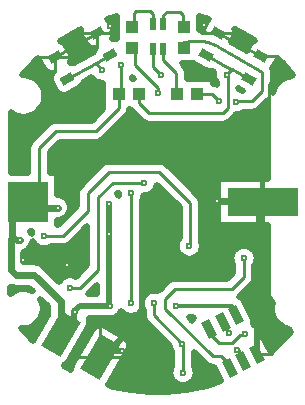
<source format=gbr>
G04 DipTrace 3.2.0.1*
G04 Íèæíèé.gbr*
%MOIN*%
G04 #@! TF.FileFunction,Copper,L2,Bot*
G04 #@! TF.Part,Single*
%AMOUTLINE0*
4,1,4,
0.066038,0.038954,
-0.001432,-0.076656,
-0.066038,-0.038954,
0.001432,0.076656,
0.066038,0.038954,
0*%
%AMOUTLINE3*
4,1,4,
0.026837,-0.019226,
0.000722,-0.033005,
-0.026837,0.019226,
-0.000722,0.033005,
0.026837,-0.019226,
0*%
%AMOUTLINE6*
4,1,4,
-0.025639,0.001192,
0.011937,0.02272,
0.025639,-0.001192,
-0.011937,-0.02272,
-0.025639,0.001192,
0*%
%AMOUTLINE9*
4,1,4,
-0.012394,0.022475,
0.025609,0.001709,
0.012394,-0.022475,
-0.025609,-0.001709,
-0.012394,0.022475,
0*%
%ADD34C,0.011811*%
G04 #@! TA.AperFunction,CopperBalancing*
%ADD10C,0.009843*%
G04 #@! TA.AperFunction,ViaPad*
%ADD14C,0.023622*%
G04 #@! TA.AperFunction,CopperBalancing*
%ADD15C,0.019685*%
G04 #@! TA.AperFunction,Conductor*
%ADD16C,0.01378*%
%ADD17C,0.015748*%
%ADD19R,0.03937X0.043307*%
%ADD20R,0.043307X0.03937*%
%ADD21R,0.023622X0.03937*%
%ADD22R,0.23622X0.094488*%
%ADD23R,0.133858X0.133858*%
%ADD61OUTLINE0*%
%ADD64OUTLINE3*%
%ADD67OUTLINE6*%
%ADD70OUTLINE9*%
%FSLAX26Y26*%
G04*
G70*
G90*
G75*
G01*
G04 Bottom*
%LPD*%
X-434724Y0D2*
D14*
X-488312D1*
Y-123646D1*
X-490718D1*
Y-225912D1*
X-474354Y-242276D1*
X-412799D1*
X-325088Y-329987D1*
Y-405807D1*
Y-438913D1*
Y-405807D2*
D15*
X-279199D1*
Y-364186D1*
X-261510Y-346497D1*
X-162354D1*
Y-105041D1*
Y-5085D1*
X-130315Y360236D2*
D10*
Y312976D1*
X-206925Y236366D1*
X-340898D1*
X-396732Y180531D1*
Y0D1*
X-434724D1*
X-17717Y509843D2*
Y451346D1*
X10446Y423184D1*
X-123454Y456072D2*
Y367097D1*
X-130315Y360236D1*
X-160371Y-345543D2*
X-261056D1*
X-282841Y-367328D1*
X-276058D1*
X-279199Y-364186D1*
X259316Y-374930D2*
Y-360488D1*
X244976Y-346148D1*
D16*
X59495D1*
X-276787Y-365017D2*
D10*
Y-364186D1*
X-279199D1*
X-460042Y-124857D2*
D14*
X-488312Y-123646D1*
X-334739Y-17765D2*
X-416959D1*
D10*
X-434724Y0D1*
X-162345Y-105454D2*
D15*
X-162354Y-105041D1*
X237304Y-436793D2*
D10*
X230640D1*
Y-413811D1*
X215094Y-398265D1*
X264450Y-491470D2*
X269730D1*
Y-514902D1*
X284364Y-529535D1*
X17717Y592520D2*
Y623192D1*
X29978Y635453D1*
X73946D1*
X84206Y625193D1*
Y584298D1*
X85827Y582677D1*
X196241Y5105D2*
D14*
X344029D1*
D10*
X349134Y0D1*
X343951Y486155D2*
X389374D1*
X399793Y475736D1*
Y421547D1*
X370766Y392521D1*
Y109535D1*
X341693Y80462D1*
Y7441D1*
X349134Y0D1*
X343951Y486155D2*
X287820Y518425D1*
X200575Y564503D1*
X328584Y-506202D2*
D15*
Y-144010D1*
X337454Y-135140D1*
Y-11680D1*
X349134Y0D1*
X-192476Y-516304D2*
X-182177D1*
X-52446Y-386573D1*
Y-307469D1*
X-35929Y-290951D1*
X7115D1*
X48177Y-249890D1*
X165138D1*
X271017Y-144010D1*
X328584D1*
X200575Y564503D2*
D10*
X161483D1*
X152938Y573047D1*
Y589760D1*
X-160852Y588079D2*
X-155886D1*
Y573276D1*
X-163636Y565525D1*
X-202127D1*
X-343891Y484298D2*
X-271113Y527734D1*
X-202127Y565525D1*
X-119341Y-494482D2*
D15*
X-159854D1*
X-179560Y-514188D1*
X-190360D1*
D10*
X-192476Y-516304D1*
X-451429Y-191979D2*
D17*
X-408070D1*
X-390853Y-209196D1*
X-303067D1*
X-301810Y410853D2*
D10*
X-242917Y445131D1*
X-231748Y451336D1*
X-207343Y464987D1*
X-160046Y492080D1*
X-187240Y440558D2*
Y442226D1*
X-207343Y464987D1*
X-17717Y592520D2*
Y628919D1*
X-26449Y637651D1*
X-72615D1*
X-79944Y630323D1*
Y588560D1*
X-85827Y582677D1*
X85827Y515748D2*
X84433Y530650D1*
G02X196623Y520172I44394J-130533D01*
G01*
X347713Y435213D1*
Y371122D1*
X313585Y336995D1*
X260538D1*
Y335492D1*
X83083Y-567714D2*
Y-474459D1*
X81161Y-472538D1*
Y-470937D1*
X-12348Y-377428D1*
Y-338466D1*
X-13375Y-337438D1*
X-89286Y-337463D2*
Y31471D1*
X-89113D1*
X170873Y-421600D2*
Y-435684D1*
X203974Y-468785D1*
X247462D1*
X274349Y-441898D1*
X286972D1*
X291138Y-437732D1*
X17717Y509843D2*
Y475125D1*
X60825Y432016D1*
Y362797D1*
X63386Y360236D1*
X130315D2*
X179457D1*
X203539Y336154D1*
X568Y363157D2*
Y379656D1*
X-78348Y458572D1*
Y508269D1*
X-85827Y515748D1*
X240140Y-552870D2*
Y-541816D1*
X210963Y-512639D1*
X181596D1*
X24822Y-355865D1*
Y-321895D1*
X56329Y-290387D1*
X245197D1*
X286266Y-249318D1*
Y-186710D1*
X-293861Y-285835D2*
X-261522D1*
X-201121Y-225433D1*
Y15891D1*
X-151630Y65382D1*
X-45203D1*
X104684Y-146621D2*
X107312D1*
Y-2458D1*
X4862Y99992D1*
X-163504D1*
X-234343Y29154D1*
Y-28482D1*
X-317996Y-112135D1*
X-379409D1*
X303362Y411875D2*
X245971Y443001D1*
X234882Y449016D1*
X224738Y454597D1*
X159986Y490223D1*
X-63386Y360236D2*
Y330176D1*
X-30010Y296801D1*
X215782D1*
X232364Y313382D1*
Y429394D1*
X245971Y443001D1*
X228940Y424814D2*
X232364Y429394D1*
D14*
X-379409Y-112135D3*
X237304Y-436793D3*
X264450Y-491470D3*
X196241Y5105D3*
X-162354Y-5085D3*
X260538Y335492D3*
X203539Y336154D3*
X228940Y424814D3*
X568Y363157D3*
X10446Y423184D3*
X-123454Y456072D3*
X152938Y589760D3*
X-160852Y588079D3*
X-187240Y440558D3*
X59495Y-346148D3*
X-160371Y-345543D3*
X291138Y-437732D3*
X286266Y-186710D3*
X-119341Y-494482D3*
X-276787Y-365017D3*
X-451429Y-191979D3*
X-303067Y-209196D3*
X-460042Y-124857D3*
X83083Y-567714D3*
X81161Y-472538D3*
X104684Y-146621D3*
X-334739Y-17765D3*
X-293861Y-285835D3*
X-45203Y65382D3*
X-13375Y-337438D3*
X-89286Y-337463D3*
X-89113Y31471D3*
X-162345Y-105454D3*
X-147475Y616776D2*
D15*
X-137799D1*
X137804D2*
X143740D1*
X-158420Y597222D2*
X-137812D1*
X137804D2*
X157264D1*
X-147295Y577668D2*
X-137777D1*
X137804D2*
X146570D1*
X-289325Y558114D2*
X-258814D1*
X-144856D2*
X-137772D1*
X257370D2*
X288959D1*
X-322769Y538560D2*
X-248550D1*
X247573D2*
X320717D1*
X-301920Y519007D2*
X-234807D1*
X272550D2*
X300728D1*
X-290724Y499453D2*
X-220022D1*
X-286131Y479899D2*
X-254866D1*
X-417144Y460345D2*
X-392016D1*
X84301D2*
X120734D1*
X391039D2*
X415845D1*
X-435051Y440791D2*
X-379850D1*
X96932D2*
X156546D1*
X384472D2*
X433322D1*
X-429883Y421238D2*
X-358320D1*
X98045D2*
X185003D1*
X384903D2*
X444875D1*
X-396619Y401684D2*
X-357890D1*
X-244972D2*
X-205454D1*
X184239D2*
X191783D1*
X384903D2*
X402173D1*
X-383664Y382130D2*
X-347232D1*
X-261264D2*
X-184245D1*
X-378318Y362576D2*
X-332017D1*
X-295390D2*
X-184245D1*
X-378748Y343022D2*
X-184245D1*
X-385100Y323469D2*
X-184245D1*
X351853D2*
X364207D1*
X-399705Y303915D2*
X-191172D1*
X327703D2*
X364207D1*
X-489487Y284361D2*
X-210728D1*
X-107140D2*
X-69381D1*
X255146D2*
X364207D1*
X-489522Y264807D2*
X-363667D1*
X-126698D2*
X-46738D1*
X232503D2*
X364244D1*
X-489522Y245253D2*
X-383798D1*
X-146255D2*
X364244D1*
X-489559Y225699D2*
X-403354D1*
X-165776D2*
X364280D1*
X-489594Y206146D2*
X-422912D1*
X-186840D2*
X364280D1*
X-489594Y186592D2*
X-433425D1*
X-338881D2*
X364280D1*
X-489631Y167038D2*
X-433928D1*
X-358438D2*
X364316D1*
X-489631Y147484D2*
X-433928D1*
X-359514D2*
X364316D1*
X-489667Y127930D2*
X-433928D1*
X-359514D2*
X-186937D1*
X28286D2*
X364316D1*
X-489667Y108377D2*
X-433928D1*
X-359514D2*
X-206925D1*
X48273D2*
X364352D1*
X-335508Y88823D2*
X-226482D1*
X67831D2*
X364352D1*
X-335508Y69269D2*
X-246038D1*
X87387D2*
X198745D1*
X-335508Y49715D2*
X-264913D1*
X-4118D2*
X3357D1*
X106944D2*
X198745D1*
X-335508Y30161D2*
X-271516D1*
X-20122D2*
X22878D1*
X126501D2*
X198745D1*
X-301634Y10608D2*
X-271552D1*
X-50551D2*
X42434D1*
X142003D2*
X198745D1*
X-291585Y-8946D2*
X-271552D1*
X-52094D2*
X61991D1*
X144514D2*
X198745D1*
X-52094Y-28500D2*
X70101D1*
X144514D2*
X198745D1*
X-52094Y-48054D2*
X70101D1*
X144514D2*
X198745D1*
X-335508Y-67608D2*
X-325270D1*
X-52094D2*
X70101D1*
X144514D2*
X198745D1*
X-52094Y-87161D2*
X70101D1*
X144514D2*
X364459D1*
X-260761Y-106715D2*
X-238323D1*
X-52094D2*
X70101D1*
X144514D2*
X364495D1*
X-280318Y-126269D2*
X-238323D1*
X-52094D2*
X65831D1*
X144514D2*
X364495D1*
X-421522Y-145823D2*
X-406656D1*
X-305688D2*
X-238323D1*
X-52094D2*
X60592D1*
X148785D2*
X274175D1*
X298386D2*
X364495D1*
X-446534Y-165377D2*
X-238323D1*
X-52094D2*
X65005D1*
X144371D2*
X247979D1*
X324546D2*
X364531D1*
X-446605Y-184930D2*
X-238323D1*
X-52094D2*
X85209D1*
X124168D2*
X242202D1*
X330323D2*
X364531D1*
X-392205Y-204484D2*
X-238323D1*
X-52094D2*
X246113D1*
X326412D2*
X364567D1*
X-369491Y-224038D2*
X-251529D1*
X-52094D2*
X249055D1*
X323470D2*
X364567D1*
X-349933Y-243592D2*
X-271085D1*
X-52094D2*
X240192D1*
X323470D2*
X364567D1*
X-52094Y-263146D2*
X32028D1*
X320634D2*
X364602D1*
X-52094Y-282699D2*
X12220D1*
X304702D2*
X364602D1*
X-226133Y-302253D2*
X-204484D1*
X-52094D2*
X-38520D1*
X285144D2*
X364602D1*
X283243Y-321807D2*
X371134D1*
X-383055Y-341361D2*
X-375268D1*
X294546D2*
X379064D1*
X-382085Y-360915D2*
X-369193D1*
X304845D2*
X378131D1*
X-387253Y-380469D2*
X-371346D1*
X-134844D2*
X-49429D1*
X315180D2*
X382975D1*
X-400495Y-400022D2*
X-382757D1*
X-226780D2*
X-41356D1*
X317871D2*
X395104D1*
X-452849Y-419576D2*
X-394168D1*
X-233417D2*
X-215717D1*
X-163336D2*
X-22013D1*
X331113D2*
X424314D1*
X-436055Y-439130D2*
X-405580D1*
X-244828D2*
X-227810D1*
X-129820D2*
X-2457D1*
X335203D2*
X435008D1*
X-256240Y-458684D2*
X-239220D1*
X-100575D2*
X17100D1*
X356446D2*
X415630D1*
X-267651Y-478238D2*
X-250631D1*
X-94151D2*
X36657D1*
X366781D2*
X395140D1*
X-279062Y-497791D2*
X-262043D1*
X-101291D2*
X45484D1*
X-290474Y-517345D2*
X-273454D1*
X-112703D2*
X45879D1*
X120293D2*
X134513D1*
X-302997Y-536899D2*
X-284865D1*
X-124114D2*
X45879D1*
X120293D2*
X154070D1*
X-135525Y-556453D2*
X40533D1*
X125639D2*
X189093D1*
X-146937Y-576007D2*
X39815D1*
X126357D2*
X199428D1*
X-158348Y-595560D2*
X49504D1*
X116668D2*
X207394D1*
X-146039Y-615114D2*
X148652D1*
X-232886Y-415270D2*
X-301617Y-532856D1*
X-304627Y-536539D1*
X-308177Y-539706D1*
X-312178Y-542278D1*
X-314327Y-543324D1*
X-313854Y-544411D1*
X-288633Y-558639D1*
X-288786Y-553643D1*
X-287995Y-548196D1*
X-286232Y-542982D1*
X-281919Y-535218D1*
X-216171Y-422686D1*
X-212689Y-418423D1*
X-208495Y-414860D1*
X-203724Y-412113D1*
X-198537Y-410273D1*
X-193101Y-409403D1*
X-187598Y-409530D1*
X-182210Y-410650D1*
X-177112Y-412724D1*
X-109601Y-452140D1*
X-105320Y-455601D1*
X-101736Y-459778D1*
X-98966Y-464534D1*
X-97101Y-469713D1*
X-96203Y-475144D1*
X-96303Y-480647D1*
X-97396Y-486042D1*
X-99450Y-491156D1*
X-167804Y-608375D1*
X-167753Y-609451D1*
X-151319Y-614402D1*
X-90639Y-627407D1*
X-25745Y-633892D1*
X27501D1*
X93873Y-627400D1*
X163730Y-612277D1*
X211315Y-594839D1*
X186542Y-547887D1*
X178831Y-547766D1*
X173370Y-546902D1*
X168112Y-545193D1*
X163185Y-542682D1*
X158711Y-539433D1*
X118340Y-499215D1*
X118319Y-544613D1*
X122001Y-551593D1*
X124045Y-557881D1*
X125079Y-564409D1*
Y-571020D1*
X124045Y-577549D1*
X122001Y-583835D1*
X119001Y-589726D1*
X115115Y-595073D1*
X110441Y-599747D1*
X105093Y-603633D1*
X99203Y-606634D1*
X92916Y-608676D1*
X86387Y-609710D1*
X79777D1*
X73248Y-608676D1*
X66962Y-606634D1*
X61072Y-603633D1*
X55724Y-599747D1*
X51050Y-595073D1*
X47164Y-589726D1*
X44163Y-583835D1*
X42121Y-577549D1*
X41087Y-571020D1*
Y-564409D1*
X42121Y-557881D1*
X44163Y-551593D1*
X47164Y-545703D1*
X47846Y-544682D1*
Y-498350D1*
X43627Y-491663D1*
X41097Y-485555D1*
X39562Y-479167D1*
X-39142Y-400312D1*
X-42391Y-395839D1*
X-44902Y-390912D1*
X-46610Y-385654D1*
X-47475Y-380193D1*
X-47584Y-362034D1*
X-51304Y-355706D1*
X-55206Y-362224D1*
X-59499Y-367251D1*
X-64525Y-371543D1*
X-70161Y-374997D1*
X-76269Y-377528D1*
X-82696Y-379071D1*
X-89286Y-379589D1*
X-95877Y-379071D1*
X-102303Y-377528D1*
X-108411Y-374997D1*
X-114047Y-371543D1*
X-119073Y-367251D1*
X-122303Y-363573D1*
X-126291Y-370304D1*
X-130584Y-375331D1*
X-135610Y-379623D1*
X-141247Y-383077D1*
X-147354Y-385608D1*
X-153781Y-387151D1*
X-160371Y-387669D1*
X-166962Y-387151D1*
X-171541Y-386655D1*
X-231790D1*
X-229732Y-392249D1*
X-228887Y-396930D1*
X-228785Y-401686D1*
X-229427Y-406400D1*
X-230799Y-410954D1*
X-232873Y-415247D1*
X-417073Y-462185D2*
X-367226Y-376769D1*
X-367214Y-347424D1*
X-391896Y-322755D1*
X-388682Y-329421D1*
X-385525Y-339135D1*
X-383928Y-349223D1*
Y-359438D1*
X-385525Y-369526D1*
X-388682Y-379240D1*
X-393319Y-388341D1*
X-399323Y-396605D1*
X-406545Y-403827D1*
X-414808Y-409831D1*
X-423909Y-414467D1*
X-433623Y-417625D1*
X-443711Y-419222D1*
X-453927D1*
X-455215Y-419070D1*
X-448990Y-427077D1*
X-417068Y-462192D1*
X289693Y-335903D2*
X313992Y-382156D1*
X315528Y-386659D1*
X316339Y-391346D1*
X316406Y-396104D1*
X315727Y-400820D1*
X315899Y-403652D1*
X320925Y-407945D1*
X325218Y-412971D1*
X328672Y-418608D1*
X331202Y-424715D1*
X332745Y-431142D1*
X333264Y-437732D1*
X332865Y-443308D1*
X338626Y-444857D1*
X343572Y-447270D1*
X348001Y-450538D1*
X351766Y-454554D1*
X353849Y-457587D1*
X375496Y-498512D1*
X383255Y-491441D1*
X421177Y-455277D1*
X442619Y-433357D1*
X435612Y-422097D1*
X427488Y-419982D1*
X417480Y-415836D1*
X408244Y-410176D1*
X400008Y-403142D1*
X392974Y-394906D1*
X387314Y-385669D1*
X383168Y-375661D1*
X380640Y-365129D1*
X379790Y-354331D1*
X380640Y-343533D1*
X382209Y-336403D1*
X367369Y-312360D1*
X366627Y-309371D1*
X366436Y-77545D1*
X200709Y-77559D1*
Y77559D1*
X366328D1*
X366133Y339710D1*
X336470Y310201D1*
X331996Y306951D1*
X327070Y304441D1*
X321811Y302732D1*
X316350Y301867D1*
X285776Y301759D1*
X279663Y297958D1*
X273555Y295428D1*
X267129Y293885D1*
X261377Y293399D1*
X257272Y288459D1*
X238667Y270007D1*
X234193Y266757D1*
X229266Y264247D1*
X224008Y262538D1*
X218547Y261673D1*
X160664Y261564D1*
X-32776Y261673D1*
X-38236Y262538D1*
X-43495Y264247D1*
X-48421Y266757D1*
X-52895Y270007D1*
X-88302Y305260D1*
X-91899Y309474D1*
X-95188Y310211D1*
X-96052Y304751D1*
X-97761Y299492D1*
X-100272Y294566D1*
X-103521Y290092D1*
X-144374Y249087D1*
X-184041Y209572D1*
X-188514Y206323D1*
X-193441Y203812D1*
X-198699Y202104D1*
X-204160Y201239D1*
X-262043Y201130D1*
X-326312D1*
X-361478Y165955D1*
X-361496Y97244D1*
X-337480D1*
Y24364D1*
X-331433Y24231D1*
X-324904Y23197D1*
X-318618Y21155D1*
X-312728Y18154D1*
X-307381Y14268D1*
X-302706Y9593D1*
X-298820Y4245D1*
X-295819Y-1644D1*
X-293777Y-7930D1*
X-292743Y-14459D1*
Y-21071D1*
X-293777Y-27600D1*
X-295819Y-33886D1*
X-298820Y-39776D1*
X-302706Y-45123D1*
X-307381Y-49798D1*
X-312728Y-53684D1*
X-318618Y-56685D1*
X-324904Y-58727D1*
X-331433Y-59761D1*
X-337501Y-59891D1*
X-337480Y-76902D1*
X-332580Y-76899D1*
X-269555Y-13864D1*
X-269470Y31919D1*
X-268605Y37379D1*
X-266896Y42638D1*
X-264386Y47564D1*
X-261136Y52038D1*
X-220283Y93043D1*
X-186388Y126786D1*
X-181915Y130035D1*
X-176988Y132546D1*
X-171730Y134255D1*
X-166269Y135119D1*
X-108386Y135228D1*
X7627Y135119D1*
X13088Y134255D1*
X18346Y132546D1*
X23273Y130035D1*
X27747Y126786D1*
X68752Y85933D1*
X134106Y20427D1*
X137356Y15953D1*
X139866Y11026D1*
X141575Y5768D1*
X142440Y307D1*
X142549Y-57576D1*
Y-128160D1*
X144748Y-133604D1*
X146291Y-140030D1*
X146810Y-146621D1*
X146291Y-153211D1*
X144748Y-159638D1*
X142218Y-165745D1*
X138764Y-171382D1*
X134471Y-176408D1*
X129445Y-180701D1*
X123808Y-184155D1*
X117701Y-186685D1*
X111274Y-188228D1*
X104684Y-188747D1*
X98093Y-188228D1*
X91667Y-186685D1*
X85559Y-184155D1*
X79923Y-180701D1*
X74896Y-176408D1*
X70604Y-171382D1*
X67150Y-165745D1*
X64619Y-159638D1*
X63076Y-153211D1*
X62558Y-146621D1*
X63076Y-140030D1*
X64619Y-133604D1*
X67150Y-127496D1*
X70604Y-121860D1*
X72083Y-119983D1*
X72076Y-17043D1*
X-3596Y58618D1*
X-5139Y52365D1*
X-7669Y46257D1*
X-11123Y40621D1*
X-15416Y35594D1*
X-20442Y31302D1*
X-26079Y27848D1*
X-32186Y25318D1*
X-38613Y23774D1*
X-45203Y23256D1*
X-47773Y23357D1*
X-49049Y18454D1*
X-51579Y12346D1*
X-54049Y8182D1*
X-54050Y-314345D1*
X-51357Y-319196D1*
X-47455Y-312677D1*
X-43163Y-307651D1*
X-38136Y-303358D1*
X-32500Y-299904D1*
X-26392Y-297374D1*
X-19966Y-295831D1*
X-13375Y-295312D1*
X-6785Y-295831D1*
X-445Y-297349D1*
X33445Y-263593D1*
X37919Y-260344D1*
X42845Y-257833D1*
X48104Y-256125D1*
X53564Y-255260D1*
X111448Y-255151D1*
X230619D1*
X251009Y-234744D1*
X251030Y-209810D1*
X247346Y-202831D1*
X245304Y-196545D1*
X244270Y-190016D1*
Y-183404D1*
X245304Y-176875D1*
X247346Y-170589D1*
X250348Y-164699D1*
X254234Y-159352D1*
X258908Y-154677D1*
X264256Y-150791D1*
X270146Y-147790D1*
X276432Y-145748D1*
X282961Y-144714D1*
X289572D1*
X296101Y-145748D1*
X302387Y-147790D1*
X308277Y-150791D1*
X313625Y-154677D1*
X318299Y-159352D1*
X322185Y-164699D1*
X325186Y-170589D1*
X327228Y-176875D1*
X328262Y-183404D1*
Y-190016D1*
X327228Y-196545D1*
X325186Y-202831D1*
X322185Y-208720D1*
X321503Y-209741D1*
X321394Y-252083D1*
X320529Y-257543D1*
X318820Y-262802D1*
X316310Y-267728D1*
X313060Y-272202D1*
X272207Y-313207D1*
X271102Y-314312D1*
X276062Y-317148D1*
X279722Y-320185D1*
X282864Y-323759D1*
X285407Y-327778D1*
X289693Y-335903D1*
X115071Y-393428D2*
X116831Y-388999D1*
X119264Y-384900D1*
X116367Y-383353D1*
X102122D1*
X114466Y-395678D1*
X-137948Y29232D2*
X-132567Y24702D1*
X-130185Y22101D1*
X-131109Y28165D1*
X-131186Y30142D1*
X116844Y463780D2*
X78879D1*
X87619Y454900D1*
X90869Y450427D1*
X93379Y445500D1*
X95088Y440241D1*
X95953Y434781D1*
X96062Y410234D1*
X182283Y410236D1*
Y395344D1*
X187682Y394499D1*
X192941Y392790D1*
X195463Y391627D1*
X197127Y396059D1*
X196907Y397455D1*
X193021Y402803D1*
X190020Y408693D1*
X187978Y414979D1*
X186944Y421508D1*
Y428119D1*
X187970Y434610D1*
X180682Y438618D1*
X176255Y437682D1*
X171504Y437446D1*
X166774Y437955D1*
X162182Y439199D1*
X157843Y441146D1*
X117790Y463140D1*
X135827Y619395D2*
Y573033D1*
X146126Y572115D1*
X148364Y577331D1*
X163531Y604625D1*
X167129Y608791D1*
X168495Y610030D1*
X168520Y610648D1*
X135836Y619417D1*
X-135827Y542545D2*
Y620025D1*
X-170736Y611496D1*
X-166853Y607594D1*
X-163887Y603318D1*
X-148497Y575974D1*
X-146854Y570720D1*
X-146188Y565257D1*
X-146520Y559764D1*
X-147840Y554420D1*
X-150105Y549403D1*
X-153244Y544873D1*
X-147217Y545102D1*
X-142487Y544589D1*
X-137888Y543340D1*
X-88190Y410236D2*
X-79865D1*
X-88214Y418606D1*
X-182283Y310846D2*
Y398690D1*
X-190546Y398562D1*
X-197075Y399596D1*
X-203361Y401638D1*
X-209251Y404639D1*
X-214598Y408525D1*
X-219273Y413199D1*
X-221816Y416538D1*
X-246808Y402096D1*
X-248517Y397239D1*
X-250801Y393067D1*
X-253710Y389302D1*
X-257171Y386039D1*
X-261100Y383358D1*
X-300785Y360728D1*
X-305231Y359038D1*
X-309887Y358064D1*
X-314639Y357831D1*
X-319369Y358344D1*
X-323959Y359589D1*
X-328298Y361538D1*
X-332280Y364142D1*
X-335804Y367337D1*
X-338786Y371043D1*
X-353752Y396972D1*
X-355786Y401273D1*
X-357122Y405839D1*
X-357727Y410556D1*
X-357588Y415311D1*
X-356705Y419986D1*
X-355102Y424465D1*
X-352819Y428638D1*
X-351433Y430584D1*
X-351245Y431610D1*
X-356739Y431276D1*
X-362203Y431941D1*
X-367457Y433581D1*
X-372328Y436146D1*
X-376654Y439549D1*
X-380294Y443677D1*
X-384871Y451287D1*
X-397462Y473709D1*
X-399134Y478961D1*
X-401067Y479312D1*
X-403844Y477049D1*
X-453064Y423234D1*
X-443403Y423147D1*
X-432705Y421453D1*
X-422403Y418105D1*
X-412752Y413188D1*
X-403988Y406820D1*
X-396329Y399161D1*
X-389962Y390398D1*
X-385045Y380747D1*
X-381697Y370445D1*
X-380003Y359747D1*
Y348915D1*
X-381697Y338217D1*
X-385045Y327915D1*
X-389962Y318264D1*
X-396329Y309500D1*
X-403988Y301841D1*
X-412752Y295474D1*
X-422403Y290556D1*
X-432705Y287209D1*
X-443403Y285514D1*
X-454235D1*
X-464933Y287209D1*
X-475235Y290556D1*
X-484886Y295474D1*
X-491438Y300097D1*
X-491655Y97272D1*
X-431959Y97244D1*
X-431860Y183297D1*
X-430995Y188757D1*
X-429286Y194016D1*
X-426776Y198942D1*
X-423526Y203416D1*
X-382673Y244421D1*
X-363782Y263160D1*
X-359308Y266409D1*
X-354382Y268920D1*
X-349123Y270629D1*
X-343663Y271493D1*
X-285780Y271602D1*
X-221510D1*
X-182286Y310837D1*
X-241281Y529327D2*
X-255698Y554936D1*
X-257369Y560180D1*
X-258063Y565640D1*
X-257757Y571136D1*
X-256462Y576493D1*
X-260421Y575504D1*
X-264706Y573635D1*
X-327386Y536987D1*
X-322042Y535667D1*
X-317025Y533403D1*
X-312500Y530268D1*
X-308617Y526367D1*
X-305651Y522091D1*
X-290261Y494747D1*
X-288618Y489493D1*
X-287951Y484030D1*
X-288283Y478535D1*
X-289604Y473193D1*
X-291869Y468176D1*
X-295008Y463646D1*
X-288980Y463875D1*
X-284243Y463361D1*
X-279839Y464412D1*
X-248903Y482114D1*
X-214924Y501252D1*
X-213339Y505692D1*
X-211055Y509865D1*
X-209669Y511811D1*
X-209482Y512837D1*
X-214975Y512503D1*
X-220440Y513167D1*
X-225693Y514808D1*
X-230564Y517373D1*
X-234890Y520776D1*
X-238530Y524904D1*
X-241281Y529327D1*
X395282Y471714D2*
X381224Y446101D1*
X382516Y440724D1*
X382949Y435213D1*
X382840Y368357D1*
X382513Y365600D1*
X383122Y364226D1*
X384701Y365638D1*
X386913Y374445D1*
X390822Y383882D1*
X396159Y392591D1*
X402793Y400357D1*
X410559Y406991D1*
X419268Y412328D1*
X428705Y416236D1*
X438636Y418621D1*
X444734Y419358D1*
X450109Y424168D1*
X415770Y462633D1*
X398361Y478345D1*
X396163Y473327D1*
X395282Y471714D1*
X295136Y505199D2*
X306908Y526277D1*
X310505Y530442D1*
X314797Y533890D1*
X319640Y536504D1*
X323105Y537743D1*
X319312Y540953D1*
X310795Y546967D1*
X255627Y577923D1*
X254117Y577991D1*
X255786Y572745D1*
X256480Y567285D1*
X256175Y561789D1*
X254881Y556440D1*
X252786Y551675D1*
X243311Y534336D1*
X295123Y505209D1*
X283743Y372348D2*
X267602Y381168D1*
X270373Y376454D1*
X276659Y374412D1*
X281094Y372224D1*
X-418829Y-97244D2*
X-428231D1*
X-424933Y-101577D1*
X-421718Y-107369D1*
X-420371Y-102301D1*
X-418781Y-97239D1*
X-330455Y-265030D2*
X-327941Y-261073D1*
X-323648Y-256047D1*
X-318622Y-251755D1*
X-312986Y-248301D1*
X-306878Y-245770D1*
X-300451Y-244227D1*
X-293861Y-243709D1*
X-287270Y-244227D1*
X-280844Y-245770D1*
X-274139Y-248635D1*
X-236375Y-210856D1*
X-236357Y-80353D1*
X-295112Y-138929D1*
X-299585Y-142178D1*
X-304512Y-144689D1*
X-309770Y-146398D1*
X-315231Y-147262D1*
X-356356Y-147371D1*
X-360285Y-149669D1*
X-366392Y-152199D1*
X-372819Y-153743D1*
X-379409Y-154261D1*
X-386000Y-153743D1*
X-392427Y-152199D1*
X-398534Y-149669D1*
X-404171Y-146215D1*
X-409197Y-141923D1*
X-413490Y-136896D1*
X-416944Y-131260D1*
X-418096Y-128761D1*
X-419538Y-136436D1*
X-421848Y-142629D1*
X-425098Y-148385D1*
X-429210Y-153562D1*
X-434080Y-158031D1*
X-439589Y-161685D1*
X-445614Y-164434D1*
X-448592Y-169577D1*
Y-200115D1*
X-409493Y-200280D1*
X-402965Y-201314D1*
X-396678Y-203356D1*
X-390789Y-206357D1*
X-385441Y-210243D1*
X-357029Y-238471D1*
X-330462Y-265037D1*
X-492046Y-305715D2*
X-487079Y-301671D1*
X-478370Y-296333D1*
X-468933Y-292425D1*
X-459001Y-290041D1*
X-448819Y-289239D1*
X-438636Y-290041D1*
X-428705Y-292425D1*
X-419268Y-296333D1*
X-417091Y-297552D1*
X-430261Y-284388D1*
X-477660Y-284272D1*
X-484189Y-283238D1*
X-490487Y-281189D1*
X-492031Y-283064D1*
X-492054Y-305707D1*
X-232193Y-306340D2*
X-202482D1*
X-202512Y-276631D1*
X-232205Y-306349D1*
X-192476Y-409340D2*
D10*
Y-516304D1*
X-270881D2*
X-114072D1*
X328584Y-442888D2*
Y-506202D1*
X379558D1*
X-202127Y565525D2*
Y514937D1*
X-258075Y565525D2*
X-146180D1*
X-343891Y484298D2*
Y433710D1*
X-399839Y484298D2*
X-287944D1*
X343951Y486155D2*
X399797D1*
X144730Y564503D2*
X256420D1*
X349134Y77524D2*
Y-77524D1*
X200744Y0D2*
X349134D1*
D61*
X-325088Y-438913D3*
X-192476Y-516304D3*
D64*
X259316Y-374930D3*
X215094Y-398265D3*
X170873Y-421600D3*
X328584Y-506202D3*
X284364Y-529535D3*
X240140Y-552870D3*
D19*
X85827Y515748D3*
Y582677D3*
X-85827Y515748D3*
Y582677D3*
D20*
X-63386Y360236D3*
X-130315D3*
X130315D3*
X63386D3*
D21*
X17717Y509843D3*
Y592520D3*
X-17717Y509843D3*
Y592520D3*
D67*
X-202127Y565525D3*
X-160046Y492080D3*
X-343891Y484298D3*
X-301810Y410853D3*
D70*
X343951Y486155D3*
X303362Y411875D3*
X200575Y564503D3*
X159986Y490223D3*
D22*
X349134Y0D3*
D23*
X-434724D3*
G04 Bottom Clear*
%LPC*%
D34*
X-379409Y-112135D3*
X237304Y-436793D3*
X264450Y-491470D3*
X196241Y5105D3*
X-162354Y-5085D3*
X260538Y335492D3*
X203539Y336154D3*
X228940Y424814D3*
X568Y363157D3*
X10446Y423184D3*
X-123454Y456072D3*
X152938Y589760D3*
X-160852Y588079D3*
X-187240Y440558D3*
X59495Y-346148D3*
X-160371Y-345543D3*
X291138Y-437732D3*
X286266Y-186710D3*
X-119341Y-494482D3*
X-276787Y-365017D3*
X-451429Y-191979D3*
X-303067Y-209196D3*
X-460042Y-124857D3*
X83083Y-567714D3*
X81161Y-472538D3*
X104684Y-146621D3*
X-334739Y-17765D3*
X-293861Y-285835D3*
X-45203Y65382D3*
X-13375Y-337438D3*
X-89286Y-337463D3*
X-89113Y31471D3*
X-162345Y-105454D3*
M02*

</source>
